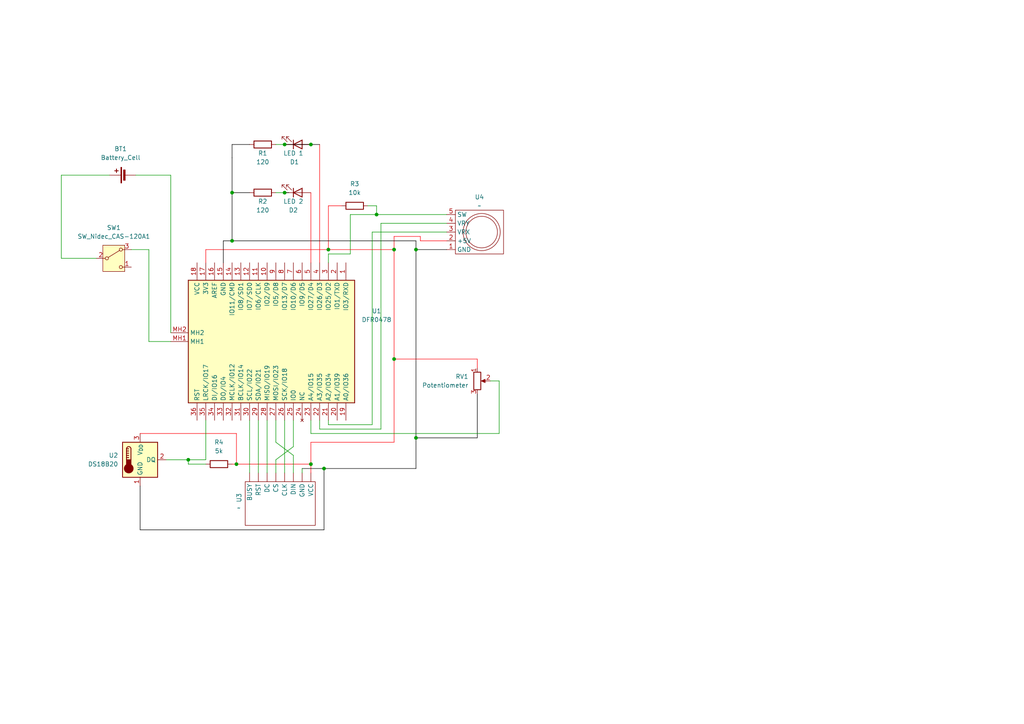
<source format=kicad_sch>
(kicad_sch (version 20231120) (generator "eeschema") (generator_version "8.0")
  (paper "A4")
  (lib_symbols
    (symbol "Custom_Components:Joystick"
      (property "Reference" "U" (at 0 2.54 0))
      (symbol "Joystick_0_1"
        (rectangle (start 0 0) (end 13.97 -12.7))
        (circle (center 7.62 -6.35) (radius 4.5791))
        (circle (center 7.62 -6.35) (radius 5.3882))
      )
      (symbol "Joystick_1_1"
        (pin bidirectional line (at -2.54 -1.27 0) (length 2.54) (name "GND") (number "1"))
        (pin power_in line (at -2.54 -3.81 0) (length 2.54) (name "+5V") (number "2"))
        (pin output line (at -2.54 -6.35 0) (length 2.54) (name "VRX") (number "3"))
        (pin output line (at -2.54 -8.89 0) (length 2.54) (name "VRY") (number "4"))
        (pin output line (at -2.54 -11.43 0) (length 2.54) (name "SW") (number "5"))
      )
    )
    (symbol "Device:Battery_Cell" (pin_numbers hide) (pin_names (offset 0) hide)
      (property "Reference" "BT" (at 2.54 2.54 0))
      (property "Value" "Battery_Cell" (at 2.54 0 0))
      (symbol "Battery_Cell_0_1"
        (rectangle (start -2.286 1.778) (end 2.286 1.524) (fill (type outline)))
        (rectangle (start -1.524 1.016) (end 1.524 0.508) (fill (type outline)))
        (polyline (pts (xy 0 0.762) (xy 0 0)))
        (polyline (pts (xy 0 1.778) (xy 0 2.54)))
        (polyline (pts (xy 0.762 3.048) (xy 1.778 3.048)) (stroke (width 0.254)))
        (polyline (pts (xy 1.27 3.556) (xy 1.27 2.54)) (stroke (width 0.254)))
      )
      (symbol "Battery_Cell_1_1"
        (pin passive line (at 0 5.08 270) (length 2.54) (name "+") (number "1"))
        (pin passive line (at 0 -2.54 90) (length 2.54) (name "-") (number "2"))
      )
    )
    (symbol "Device:LED" (pin_numbers hide) (pin_names (offset 1.016) hide)
      (property "Reference" "D" (at 0 2.54 0))
      (property "Value" "LED" (at 0 -2.54 0))
      (symbol "LED_0_1"
        (polyline (pts (xy -1.27 -1.27) (xy -1.27 1.27)) (stroke (width 0.254)))
        (polyline (pts (xy -1.27 0) (xy 1.27 0)))
        (polyline (pts (xy 1.27 -1.27) (xy 1.27 1.27) (xy -1.27 0) (xy 1.27 -1.27)) (stroke (width 0.254)))
        (polyline (pts (xy -3.048 -0.762) (xy -4.572 -2.286) (xy -3.81 -2.286) (xy -4.572 -2.286) (xy -4.572 -1.524)))
        (polyline (pts (xy -1.778 -0.762) (xy -3.302 -2.286) (xy -2.54 -2.286) (xy -3.302 -2.286) (xy -3.302 -1.524)))
      )
      (symbol "LED_1_1"
        (pin passive line (at -3.81 0 0) (length 2.54) (name "K") (number "1"))
        (pin passive line (at 3.81 0 180) (length 2.54) (name "A") (number "2"))
      )
    )
    (symbol "Device:R" (pin_numbers hide) (pin_names (offset 0))
      (property "Reference" "R" (at 2.032 0 90))
      (property "Value" "R" (at 0 0 90))
      (symbol "R_0_1"
        (rectangle (start -1.016 -2.54) (end 1.016 2.54) (stroke (width 0.254)))
      )
      (symbol "R_1_1"
        (pin passive line (at 0 3.81 270) (length 1.27) (name "~") (number "1"))
        (pin passive line (at 0 -3.81 90) (length 1.27) (name "~") (number "2"))
      )
    )
    (symbol "Device:R_Potentiometer" (pin_names (offset 1.016) hide)
      (property "Reference" "RV" (at -4.445 0 90))
      (property "Value" "R_Potentiometer" (at -2.54 0 90))
      (symbol "R_Potentiometer_0_1"
        (polyline (pts (xy 2.54 0) (xy 1.524 0)))
        (polyline (pts (xy 1.143 0) (xy 2.286 0.508) (xy 2.286 -0.508) (xy 1.143 0)) (fill (type outline)))
        (rectangle (start 1.016 2.54) (end -1.016 -2.54) (stroke (width 0.254)))
      )
      (symbol "R_Potentiometer_1_1"
        (pin passive line (at 0 3.81 270) (length 1.27) (name "1") (number "1"))
        (pin passive line (at 3.81 0 180) (length 1.27) (name "2") (number "2"))
        (pin passive line (at 0 -3.81 90) (length 1.27) (name "3") (number "3"))
      )
    )
    (symbol "Firebeetle:DFR0478"
      (property "Reference" "U1" (at 59.69 6.3186 0))
      (property "Value" "DFR0478" (at 59.69 3.7786 0))
      (symbol "DFR0478_1_1"
        (rectangle (start 5.08 15.24) (end 53.34 -20.32) (stroke (width 0.254)) (fill (type background)))
        (pin passive line (at 50.8 20.32 270) (length 5.08) (name "IO3/RXD") (number "1"))
        (pin passive line (at 27.94 20.32 270) (length 5.08) (name "IO2/D9") (number "10"))
        (pin passive line (at 25.4 20.32 270) (length 5.08) (name "IO6/CLK") (number "11"))
        (pin passive line (at 22.86 20.32 270) (length 5.08) (name "IO7/SD0") (number "12"))
        (pin passive line (at 20.32 20.32 270) (length 5.08) (name "IO8/SD1") (number "13"))
        (pin passive line (at 17.78 20.32 270) (length 5.08) (name "IO11/CMD") (number "14"))
        (pin passive line (at 15.24 20.32 270) (length 5.08) (name "GND") (number "15"))
        (pin passive line (at 12.7 20.32 270) (length 5.08) (name "AREF") (number "16"))
        (pin passive line (at 10.16 20.32 270) (length 5.08) (name "3V3") (number "17"))
        (pin passive line (at 7.62 20.32 270) (length 5.08) (name "VCC") (number "18"))
        (pin passive line (at 50.8 -25.4 90) (length 5.08) (name "A0/IO36") (number "19"))
        (pin passive line (at 48.26 20.32 270) (length 5.08) (name "IO1/TXD") (number "2"))
        (pin passive line (at 48.26 -25.4 90) (length 5.08) (name "A1/IO39") (number "20"))
        (pin passive line (at 45.72 -25.4 90) (length 5.08) (name "A2/IO34") (number "21"))
        (pin passive line (at 43.18 -25.4 90) (length 5.08) (name "A3/IO35") (number "22"))
        (pin passive line (at 40.64 -25.4 90) (length 5.08) (name "A4/IO15") (number "23"))
        (pin no_connect line (at 38.1 -25.4 90) (length 5.08) (name "NC") (number "24"))
        (pin passive line (at 35.56 -25.4 90) (length 5.08) (name "IO0") (number "25"))
        (pin passive line (at 33.02 -25.4 90) (length 5.08) (name "SCK/IO18") (number "26"))
        (pin passive line (at 30.48 -25.4 90) (length 5.08) (name "MOSI/IO23") (number "27"))
        (pin passive line (at 27.94 -25.4 90) (length 5.08) (name "MISO/IO19") (number "28"))
        (pin passive line (at 25.4 -25.4 90) (length 5.08) (name "SDA/IO21") (number "29"))
        (pin passive line (at 45.72 20.32 270) (length 5.08) (name "IO25/D2") (number "3"))
        (pin passive line (at 22.86 -25.4 90) (length 5.08) (name "SCL/IO22") (number "30"))
        (pin passive line (at 20.32 -25.4 90) (length 5.08) (name "BCLK/IO14") (number "31"))
        (pin passive line (at 17.78 -25.4 90) (length 5.08) (name "MCLK/IO12") (number "32"))
        (pin passive line (at 15.24 -25.4 90) (length 5.08) (name "DO/IO4") (number "33"))
        (pin passive line (at 12.7 -25.4 90) (length 5.08) (name "DI/IO16") (number "34"))
        (pin passive line (at 10.16 -25.4 90) (length 5.08) (name "LRCK/IO17") (number "35"))
        (pin passive line (at 7.62 -25.4 90) (length 5.08) (name "RST") (number "36"))
        (pin passive line (at 43.18 20.32 270) (length 5.08) (name "IO26/D3") (number "4"))
        (pin passive line (at 40.64 20.32 270) (length 5.08) (name "IO27/D4") (number "5"))
        (pin passive line (at 38.1 20.32 270) (length 5.08) (name "IO9/D5") (number "6"))
        (pin passive line (at 35.56 20.32 270) (length 5.08) (name "IO10/D6") (number "7"))
        (pin passive line (at 33.02 20.32 270) (length 5.08) (name "IO13/D7") (number "8"))
        (pin passive line (at 30.48 20.32 270) (length 5.08) (name "IO5/D8") (number "9"))
        (pin passive line (at 0 -2.54 0) (length 5.08) (name "MH1") (number "MH1"))
        (pin passive line (at 0 0 0) (length 5.08) (name "MH2") (number "MH2"))
      )
    )
    (symbol "Sensor_Temperature:DS18B20"
      (property "Reference" "U" (at -3.81 6.35 0))
      (property "Value" "DS18B20" (at 6.35 6.35 0))
      (symbol "DS18B20_0_1"
        (rectangle (start -5.08 5.08) (end 5.08 -5.08) (stroke (width 0.254)) (fill (type background)))
        (circle (center -3.302 -2.54) (radius 1.27) (stroke (width 0.254)) (fill (type outline)))
        (rectangle (start -2.667 -1.905) (end -3.937 0) (stroke (width 0.254)) (fill (type outline)))
        (arc (start -2.667 3.175) (mid -3.302 3.8073) (end -3.937 3.175) (stroke (width 0.254)))
        (polyline (pts (xy -3.937 0.635) (xy -3.302 0.635)) (stroke (width 0.254)))
        (polyline (pts (xy -3.937 1.27) (xy -3.302 1.27)) (stroke (width 0.254)))
        (polyline (pts (xy -3.937 1.905) (xy -3.302 1.905)) (stroke (width 0.254)))
        (polyline (pts (xy -3.937 2.54) (xy -3.302 2.54)) (stroke (width 0.254)))
        (polyline (pts (xy -3.937 3.175) (xy -3.937 0)) (stroke (width 0.254)))
        (polyline (pts (xy -3.937 3.175) (xy -3.302 3.175)) (stroke (width 0.254)))
        (polyline (pts (xy -2.667 3.175) (xy -2.667 0)) (stroke (width 0.254)))
      )
      (symbol "DS18B20_1_1"
        (pin power_in line (at 0 -7.62 90) (length 2.54) (name "GND") (number "1"))
        (pin bidirectional line (at 7.62 0 180) (length 2.54) (name "DQ") (number "2"))
        (pin power_in line (at 0 7.62 270) (length 2.54) (name "V_{DD}") (number "3"))
      )
    )
    (symbol "Switch:SW_Nidec_CAS-120A1" (pin_names (offset 1) hide)
      (property "Reference" "SW" (at 0 4.318 0))
      (property "Value" "SW_Nidec_CAS-120A1" (at 0 -5.08 0))
      (symbol "SW_Nidec_CAS-120A1_0_1"
        (circle (center -2.032 0) (radius 0.4572))
        (polyline (pts (xy -1.651 0.254) (xy 1.651 2.286)))
        (circle (center 2.032 -2.54) (radius 0.4572))
        (circle (center 2.032 2.54) (radius 0.4572))
      )
      (symbol "SW_Nidec_CAS-120A1_1_1"
        (rectangle (start -3.175 3.81) (end 3.175 -3.81) (fill (type background)))
        (pin passive line (at 5.08 -2.54 180) (length 2.54) (name "C") (number "1"))
        (pin passive line (at -5.08 0 0) (length 2.54) (name "B") (number "2"))
        (pin passive line (at 5.08 2.54 180) (length 2.54) (name "A") (number "3"))
      )
    )
    (symbol "waveshare_2.9_1"
      (property "Reference" "U3" (at -3.048 11.938 0))
      (property "Value" "~" (at 1.27 11.43 90))
      (symbol "waveshare_2.9_1_0_1"
        (rectangle (start -6.35 10.16) (end 6.35 -10.16))
      )
      (symbol "waveshare_2.9_1_1_1"
        (pin input line (at -8.89 8.89 0) (length 2.54) (name "BUSY") (number ""))
        (pin input line (at -8.89 -1.27 0) (length 2.54) (name "CLK") (number ""))
        (pin input line (at -8.89 1.27 0) (length 2.54) (name "CS") (number ""))
        (pin input line (at -8.89 3.81 0) (length 2.54) (name "DC") (number ""))
        (pin input line (at -8.89 -3.81 0) (length 2.54) (name "DIN") (number ""))
        (pin input line (at -8.89 -6.35 0) (length 2.54) (name "GND") (number ""))
        (pin input line (at -8.89 6.35 0) (length 2.54) (name "RST") (number ""))
        (pin input line (at -8.89 -8.89 0) (length 2.54) (name "VCC") (number ""))
      )
    )
  )
  (junction (at 90.17 41.91))
  (junction (at 67.31 69.85))
  (junction (at 90.17 134.62))
  (junction (at 109.22 62.23))
  (junction (at 114.3 104.14))
  (junction (at 120.65 127))
  (junction (at 82.55 41.91))
  (junction (at 114.3 72.39))
  (junction (at 67.31 55.88))
  (junction (at 120.65 72.39))
  (junction (at 82.55 55.88))
  (junction (at 93.98 135.89))
  (junction (at 54.61 133.35))
  (junction (at 68.58 134.62))
  (junction (at 95.25 72.39))
  (wire (pts (xy 121.92 69.85) (xy 129.54 69.85)) (stroke (width 0) (color 255 0 9 1)))
  (wire (pts (xy 107.95 67.31) (xy 129.54 67.31)))
  (wire (pts (xy 90.17 41.91) (xy 92.71 41.91)) (stroke (width 0) (color 0 0 0 1)))
  (wire (pts (xy 90.17 55.88) (xy 90.17 76.2)) (stroke (width 0) (color 255 0 6 1)))
  (wire (pts (xy 110.49 64.77) (xy 129.54 64.77)))
  (wire (pts (xy 85.09 132.08) (xy 80.01 128.27)))
  (wire (pts (xy 80.01 133.35) (xy 85.09 129.54)))
  (wire (pts (xy 90.17 128.27) (xy 114.3 128.27)) (stroke (width 0) (color 255 0 9 1)))
  (wire (pts (xy 68.58 125.73) (xy 40.64 125.73)) (stroke (width 0) (color 255 0 9 1)))
  (wire (pts (xy 129.54 62.23) (xy 109.22 62.23)))
  (wire (pts (xy 90.17 125.73) (xy 144.78 125.73)))
  (wire (pts (xy 82.55 55.88) (xy 83.82 55.88)) (stroke (width 0) (color 0 0 0 1)))
  (wire (pts (xy 77.47 121.92) (xy 77.47 137.16)))
  (wire (pts (xy 43.18 99.06) (xy 49.53 99.06)))
  (wire (pts (xy 101.6 62.23) (xy 101.6 73.66)))
  (wire (pts (xy 54.61 134.62) (xy 54.61 133.35)))
  (wire (pts (xy 80.01 137.16) (xy 80.01 133.35)))
  (wire (pts (xy 67.31 134.62) (xy 68.58 134.62)) (stroke (width 0) (color 255 0 9 1)))
  (wire (pts (xy 49.53 50.8) (xy 49.53 96.52)))
  (wire (pts (xy 95.25 121.92) (xy 95.25 123.19)))
  (wire (pts (xy 39.37 50.8) (xy 49.53 50.8)))
  (wire (pts (xy 142.24 110.49) (xy 144.78 110.49)))
  (wire (pts (xy 114.3 104.14) (xy 138.43 104.14)) (stroke (width 0) (color 255 0 9 1)))
  (wire (pts (xy 67.31 55.88) (xy 67.31 69.85)) (stroke (width 0) (color 0 0 0 1)))
  (wire (pts (xy 80.01 128.27) (xy 80.01 121.92)))
  (wire (pts (xy 72.39 41.91) (xy 67.31 41.91)) (stroke (width 0) (color 5 5 5 1)))
  (wire (pts (xy 82.55 41.91) (xy 80.01 41.91)))
  (wire (pts (xy 67.31 69.85) (xy 64.77 69.85)) (stroke (width 0) (color 0 0 0 1)))
  (wire (pts (xy 95.25 123.19) (xy 107.95 123.19)))
  (wire (pts (xy 43.18 72.39) (xy 43.18 99.06)))
  (wire (pts (xy 67.31 45.72) (xy 67.31 55.88)) (stroke (width 0) (color 0 0 0 1)))
  (wire (pts (xy 67.31 41.91) (xy 67.31 45.72)) (stroke (width 0) (color 5 5 5 1)))
  (wire (pts (xy 92.71 121.92) (xy 92.71 124.46)))
  (wire (pts (xy 114.3 68.58) (xy 121.92 68.58)) (stroke (width 0) (color 255 0 9 1)))
  (wire (pts (xy 68.58 134.62) (xy 90.17 134.62)) (stroke (width 0) (color 255 0 9 1)))
  (wire (pts (xy 87.63 135.89) (xy 87.63 137.16)))
  (wire (pts (xy 120.65 72.39) (xy 120.65 69.85)) (stroke (width 0) (color 0 0 0 1)))
  (wire (pts (xy 93.98 135.89) (xy 87.63 135.89)) (stroke (width 0) (color 0 0 0 1)))
  (wire (pts (xy 90.17 121.92) (xy 90.17 125.73)))
  (wire (pts (xy 40.64 153.67) (xy 93.98 153.67)) (stroke (width 0) (color 0 0 0 1)))
  (wire (pts (xy 59.69 133.35) (xy 54.61 133.35)))
  (wire (pts (xy 138.43 114.3) (xy 138.43 127)) (stroke (width 0) (color 0 0 0 1)))
  (wire (pts (xy 82.55 55.88) (xy 80.01 55.88)))
  (wire (pts (xy 138.43 104.14) (xy 138.43 106.68)) (stroke (width 0) (color 255 0 9 1)))
  (wire (pts (xy 64.77 69.85) (xy 64.77 76.2)) (stroke (width 0) (color 0 0 0 1)))
  (wire (pts (xy 109.22 62.23) (xy 109.22 59.69)))
  (wire (pts (xy 120.65 127) (xy 120.65 72.39)) (stroke (width 0) (color 0 0 0 1)))
  (wire (pts (xy 107.95 123.19) (xy 107.95 67.31)))
  (wire (pts (xy 114.3 72.39) (xy 114.3 68.58)) (stroke (width 0) (color 255 0 9 1)))
  (wire (pts (xy 95.25 73.66) (xy 95.25 76.2)))
  (wire (pts (xy 101.6 73.66) (xy 95.25 73.66)))
  (wire (pts (xy 121.92 68.58) (xy 121.92 69.85)) (stroke (width 0) (color 255 0 9 1)))
  (wire (pts (xy 59.69 72.39) (xy 59.69 76.2)) (stroke (width 0) (color 255 0 9 1)))
  (wire (pts (xy 120.65 127) (xy 138.43 127)) (stroke (width 0) (color 0 0 0 1)))
  (wire (pts (xy 31.75 50.8) (xy 17.78 50.8)))
  (wire (pts (xy 59.69 72.39) (xy 95.25 72.39)) (stroke (width 0) (color 255 0 9 1)))
  (wire (pts (xy 90.17 134.62) (xy 90.17 137.16)) (stroke (width 0) (color 255 0 9 1)))
  (wire (pts (xy 72.39 121.92) (xy 72.39 137.16)))
  (wire (pts (xy 90.17 128.27) (xy 90.17 134.62)) (stroke (width 0) (color 255 0 9 1)))
  (wire (pts (xy 17.78 74.93) (xy 27.94 74.93)))
  (wire (pts (xy 74.93 121.92) (xy 74.93 137.16)))
  (wire (pts (xy 59.69 121.92) (xy 59.69 133.35)))
  (wire (pts (xy 85.09 129.54) (xy 85.09 121.92)))
  (wire (pts (xy 114.3 72.39) (xy 114.3 104.14)) (stroke (width 0) (color 255 0 9 1)))
  (wire (pts (xy 40.64 140.97) (xy 40.64 153.67)) (stroke (width 0) (color 0 0 0 1)))
  (wire (pts (xy 114.3 104.14) (xy 114.3 128.27)) (stroke (width 0) (color 255 0 9 1)))
  (wire (pts (xy 95.25 72.39) (xy 114.3 72.39)) (stroke (width 0) (color 255 0 9 1)))
  (wire (pts (xy 85.09 132.08) (xy 85.09 137.16)))
  (wire (pts (xy 93.98 135.89) (xy 93.98 153.67)) (stroke (width 0) (color 0 0 0 1)))
  (wire (pts (xy 110.49 124.46) (xy 110.49 64.77)))
  (wire (pts (xy 68.58 134.62) (xy 68.58 125.73)) (stroke (width 0) (color 255 0 9 1)))
  (wire (pts (xy 109.22 62.23) (xy 101.6 62.23)))
  (wire (pts (xy 120.65 72.39) (xy 129.54 72.39)) (stroke (width 0) (color 0 0 0 1)))
  (wire (pts (xy 82.55 121.92) (xy 82.55 137.16)))
  (wire (pts (xy 82.55 41.91) (xy 90.17 41.91)) (stroke (width 0) (color 0 0 0 1)))
  (wire (pts (xy 92.71 41.91) (xy 92.71 76.2)) (stroke (width 0) (color 255 0 6 1)))
  (wire (pts (xy 92.71 124.46) (xy 110.49 124.46)))
  (wire (pts (xy 67.31 69.85) (xy 120.65 69.85)) (stroke (width 0) (color 0 0 0 1)))
  (wire (pts (xy 95.25 72.39) (xy 95.25 59.69)) (stroke (width 0) (color 255 0 9 1)))
  (wire (pts (xy 59.69 134.62) (xy 54.61 134.62)))
  (wire (pts (xy 120.65 135.89) (xy 93.98 135.89)) (stroke (width 0) (color 0 0 0 1)))
  (wire (pts (xy 144.78 110.49) (xy 144.78 125.73)))
  (wire (pts (xy 38.1 72.39) (xy 43.18 72.39)))
  (wire (pts (xy 54.61 133.35) (xy 48.26 133.35)))
  (wire (pts (xy 95.25 59.69) (xy 99.06 59.69)) (stroke (width 0) (color 255 0 9 1)))
  (wire (pts (xy 120.65 127) (xy 120.65 135.89)) (stroke (width 0) (color 0 0 0 1)))
  (wire (pts (xy 72.39 55.88) (xy 67.31 55.88)) (stroke (width 0) (color 0 0 0 1)))
  (wire (pts (xy 17.78 50.8) (xy 17.78 74.93)))
  (wire (pts (xy 109.22 59.69) (xy 106.68 59.69)))
  (symbol (lib_id "Device:LED") (at 86.36 41.91 0) (mirror x) (unit 1)
    (property "Reference" "D1" (at 85.4075 46.99 0))
    (property "Value" "LED 1" (at 85.09 44.45 0))
    (property "Description" "Light emitting diode" (effects (hide yes)))
  )
  (symbol (lib_id "Device:LED") (at 86.36 55.88 0) (mirror x) (unit 1)
    (property "Reference" "D2" (at 85.09 60.96 0))
    (property "Value" "LED 2" (at 85.09 58.42 0))
    (property "Description" "Light emitting diode" (effects (hide yes)))
  )
  (symbol (lib_id "Device:R") (at 76.2 41.91 270) (unit 1)
    (property "Reference" "R1" (at 76.2 44.45 90))
    (property "Value" "120" (at 76.2 46.99 90))
    (property "Description" "Resistor" (effects (hide yes)))
  )
  (symbol (lib_id "Switch:SW_Nidec_CAS-120A1") (at 33.02 74.93 0) (unit 1)
    (property "Reference" "SW1" (at 33.02 66.04 0))
    (property "Value" "SW_Nidec_CAS-120A1" (at 33.02 68.58 0))
    (property "Footprint" "Button_Switch_SMD:Nidec_Copal_CAS-120A" (effects (hide yes)))
    (property "Datasheet" "https://www.nidec-components.com/e/catalog/switch/cas.pdf" (effects (hide yes)))
    (property "Description" "Switch, single pole double throw" (effects (hide yes)))
  )
  (symbol (lib_name "waveshare_2.9_1") (lib_id "video:waveshare_2.9") (at 81.28 146.05 90) (mirror x) (unit 1)
    (property "Reference" "U3" (at 69.342 143.002 0) (effects (justify left)))
    (property "Value" "~" (at 69.85 147.32 90) (effects (justify left)))
  )
  (symbol (lib_id "Device:Battery_Cell") (at 36.83 50.8 90) (unit 1)
    (property "Reference" "BT1" (at 34.9885 43.18 90))
    (property "Value" "Battery_Cell" (at 34.9885 45.72 90))
    (property "Description" "Single-cell battery" (effects (hide yes)))
  )
  (symbol (lib_id "Sensor_Temperature:DS18B20") (at 40.64 133.35 0) (unit 1)
    (property "Reference" "U2" (at 34.29 132.0799 0) (effects (justify right)))
    (property "Value" "DS18B20" (at 34.29 134.6199 0) (effects (justify right)))
    (property "Footprint" "Package_TO_SOT_THT:TO-92_Inline" (effects (hide yes)))
    (property "Datasheet" "http://datasheets.maximintegrated.com/en/ds/DS18B20.pdf" (effects (hide yes)))
    (property "Description" "Programmable Resolution 1-Wire Digital Thermometer TO-92" (effects (hide yes)))
  )
  (symbol (lib_id "Device:R") (at 63.5 134.62 90) (unit 1)
    (property "Reference" "R4" (at 63.5 128.27 90))
    (property "Value" "5k" (at 63.5 130.81 90))
    (property "Description" "Resistor" (effects (hide yes)))
  )
  (symbol (lib_id "Firebeetle:DFR0478") (at 49.53 96.52 0) (unit 1)
    (property "Reference" "U1" (at 109.22 90.2014 0))
    (property "Value" "DFR0478" (at 109.22 92.7414 0))
    (property "Footprint" "FIREBEETLE_ESP32" (effects (hide yes)))
    (property "Datasheet" "https://datasheet.datasheetarchive.com/originals/distributors/DKDS-1/13356.pdf" (effects (hide yes)))
    (property "Description" "Development Boards & Kits - Wireless FireBeetle ESP32 IOT MCU" (effects (hide yes)))
    (property "Manufacturer_Name" "DFRobot" (effects (hide yes)))
    (property "Manufacturer_Part_Number" "DFR0478" (effects (hide yes)))
    (property "Mouser Part Number" "426-DFR0478" (effects (hide yes)))
    (property "Mouser Price/Stock" "https://www.mouser.co.uk/ProductDetail/DFRobot/DFR0478?qs=EU6FO9ffTwc%252BR65h2NUGQw%3D%3D" (effects (hide yes)))
    (property "Arrow Part Number" "DFR0478" (effects (hide yes)))
    (property "Arrow Price/Stock" "https://www.arrow.com/en/products/dfr0478/dfrobot?region=nac" (effects (hide yes)))
  )
  (symbol (lib_id "Device:R") (at 76.2 55.88 270) (unit 1)
    (property "Reference" "R2" (at 76.2 58.42 90))
    (property "Value" "120" (at 76.2 60.96 90))
    (property "Description" "Resistor" (effects (hide yes)))
  )
  (symbol (lib_id "Device:R") (at 102.87 59.69 90) (unit 1)
    (property "Reference" "R3" (at 102.87 53.34 90))
    (property "Value" "10k" (at 102.87 55.88 90))
    (property "Description" "Resistor" (effects (hide yes)))
  )
  (symbol (lib_id "Custom_Components:Joystick") (at 132.08 73.66 0) (mirror x) (unit 1)
    (property "Reference" "U4" (at 139.065 57.15 0))
    (property "Value" "~" (at 139.065 59.69 0))
  )
  (symbol (lib_id "Device:R_Potentiometer") (at 138.43 110.49 0) (unit 1)
    (property "Reference" "RV1" (at 135.89 109.2199 0) (effects (justify right)))
    (property "Value" "Potentiometer" (at 135.89 111.7599 0) (effects (justify right)))
    (property "Description" "Potentiometer" (effects (hide yes)))
  )
)
</source>
